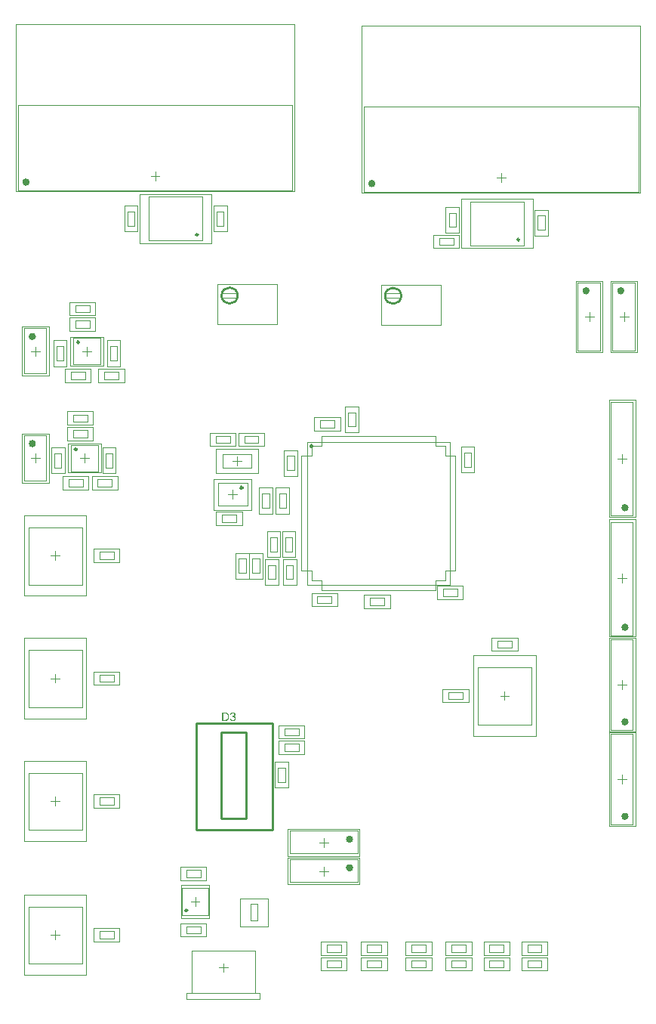
<source format=gko>
G04*
G04 #@! TF.GenerationSoftware,Altium Limited,Altium Designer,22.8.2 (66)*
G04*
G04 Layer_Color=16711935*
%FSLAX44Y44*%
%MOMM*%
G71*
G04*
G04 #@! TF.SameCoordinates,9F03F0D1-B5BB-43BE-BF5E-FE92B5DAE0BD*
G04*
G04*
G04 #@! TF.FilePolarity,Positive*
G04*
G01*
G75*
%ADD10C,0.2540*%
%ADD12C,0.2500*%
%ADD13C,0.3000*%
%ADD15C,0.1000*%
%ADD16C,0.4000*%
%ADD17C,0.0500*%
G36*
X269495Y321891D02*
X269676Y321863D01*
X269898Y321822D01*
X270147Y321752D01*
X270397Y321669D01*
X270646Y321558D01*
X270660D01*
X270674Y321544D01*
X270758Y321503D01*
X270882Y321420D01*
X271021Y321323D01*
X271187Y321184D01*
X271354Y321031D01*
X271520Y320851D01*
X271659Y320643D01*
X271673Y320615D01*
X271714Y320546D01*
X271770Y320421D01*
X271839Y320269D01*
X271908Y320088D01*
X271964Y319880D01*
X272006Y319644D01*
X272020Y319409D01*
Y319381D01*
Y319298D01*
X272006Y319187D01*
X271978Y319034D01*
X271936Y318854D01*
X271867Y318660D01*
X271784Y318466D01*
X271673Y318271D01*
X271659Y318244D01*
X271617Y318188D01*
X271534Y318091D01*
X271423Y317980D01*
X271285Y317855D01*
X271118Y317717D01*
X270924Y317592D01*
X270688Y317467D01*
X270702D01*
X270730Y317453D01*
X270771Y317439D01*
X270827Y317425D01*
X270979Y317370D01*
X271173Y317287D01*
X271395Y317176D01*
X271617Y317037D01*
X271825Y316857D01*
X272020Y316649D01*
X272033Y316621D01*
X272089Y316538D01*
X272172Y316399D01*
X272255Y316219D01*
X272339Y315997D01*
X272422Y315734D01*
X272477Y315428D01*
X272491Y315096D01*
Y315082D01*
Y315040D01*
Y314971D01*
X272477Y314888D01*
X272463Y314777D01*
X272435Y314652D01*
X272408Y314513D01*
X272380Y314361D01*
X272269Y314028D01*
X272186Y313847D01*
X272103Y313681D01*
X271992Y313501D01*
X271867Y313320D01*
X271728Y313140D01*
X271562Y312974D01*
X271548Y312960D01*
X271520Y312932D01*
X271465Y312890D01*
X271395Y312835D01*
X271312Y312766D01*
X271201Y312696D01*
X271076Y312613D01*
X270924Y312544D01*
X270771Y312461D01*
X270591Y312377D01*
X270411Y312308D01*
X270203Y312239D01*
X269981Y312183D01*
X269745Y312142D01*
X269509Y312114D01*
X269246Y312100D01*
X269121D01*
X269038Y312114D01*
X268927Y312128D01*
X268802Y312142D01*
X268663Y312169D01*
X268511Y312197D01*
X268178Y312280D01*
X267831Y312419D01*
X267651Y312502D01*
X267484Y312599D01*
X267318Y312724D01*
X267152Y312849D01*
X267138Y312863D01*
X267110Y312890D01*
X267069Y312932D01*
X267027Y312988D01*
X266957Y313057D01*
X266888Y313154D01*
X266805Y313251D01*
X266722Y313376D01*
X266639Y313515D01*
X266555Y313653D01*
X266403Y313986D01*
X266278Y314374D01*
X266236Y314582D01*
X266209Y314804D01*
X267388Y314957D01*
Y314943D01*
X267401Y314915D01*
X267415Y314860D01*
X267429Y314790D01*
X267443Y314707D01*
X267471Y314610D01*
X267540Y314402D01*
X267637Y314153D01*
X267762Y313917D01*
X267901Y313695D01*
X268067Y313501D01*
X268095Y313487D01*
X268150Y313431D01*
X268261Y313362D01*
X268400Y313293D01*
X268566Y313209D01*
X268774Y313140D01*
X269010Y313085D01*
X269260Y313071D01*
X269343D01*
X269398Y313085D01*
X269551Y313099D01*
X269745Y313140D01*
X269967Y313209D01*
X270203Y313307D01*
X270438Y313445D01*
X270660Y313639D01*
X270688Y313667D01*
X270758Y313750D01*
X270841Y313875D01*
X270952Y314042D01*
X271063Y314250D01*
X271146Y314485D01*
X271215Y314763D01*
X271243Y315068D01*
Y315082D01*
Y315109D01*
Y315151D01*
X271229Y315207D01*
X271215Y315359D01*
X271173Y315539D01*
X271118Y315761D01*
X271021Y315983D01*
X270882Y316205D01*
X270702Y316413D01*
X270674Y316441D01*
X270605Y316496D01*
X270494Y316579D01*
X270341Y316677D01*
X270147Y316774D01*
X269911Y316857D01*
X269648Y316912D01*
X269357Y316940D01*
X269232D01*
X269135Y316926D01*
X269010Y316912D01*
X268871Y316885D01*
X268705Y316857D01*
X268525Y316815D01*
X268663Y317855D01*
X268733D01*
X268788Y317841D01*
X268968D01*
X269121Y317869D01*
X269301Y317897D01*
X269509Y317939D01*
X269745Y318008D01*
X269967Y318105D01*
X270203Y318230D01*
X270217D01*
X270231Y318244D01*
X270300Y318299D01*
X270397Y318396D01*
X270508Y318521D01*
X270619Y318701D01*
X270716Y318909D01*
X270785Y319145D01*
X270813Y319284D01*
Y319436D01*
Y319450D01*
Y319464D01*
Y319547D01*
X270785Y319658D01*
X270758Y319811D01*
X270702Y319977D01*
X270633Y320158D01*
X270522Y320338D01*
X270369Y320504D01*
X270355Y320518D01*
X270286Y320574D01*
X270189Y320643D01*
X270064Y320726D01*
X269898Y320796D01*
X269704Y320865D01*
X269482Y320920D01*
X269232Y320934D01*
X269121D01*
X268996Y320906D01*
X268830Y320879D01*
X268650Y320823D01*
X268469Y320754D01*
X268275Y320643D01*
X268095Y320504D01*
X268081Y320490D01*
X268025Y320421D01*
X267942Y320324D01*
X267845Y320185D01*
X267748Y320005D01*
X267651Y319783D01*
X267568Y319520D01*
X267512Y319214D01*
X266334Y319422D01*
Y319436D01*
X266347Y319478D01*
X266361Y319533D01*
X266375Y319617D01*
X266403Y319714D01*
X266444Y319825D01*
X266528Y320088D01*
X266666Y320393D01*
X266833Y320698D01*
X267041Y320990D01*
X267304Y321253D01*
X267318Y321267D01*
X267346Y321281D01*
X267388Y321309D01*
X267443Y321350D01*
X267512Y321406D01*
X267609Y321461D01*
X267706Y321517D01*
X267831Y321586D01*
X268109Y321697D01*
X268428Y321808D01*
X268802Y321877D01*
X268996Y321905D01*
X269343D01*
X269495Y321891D01*
D02*
G37*
G36*
X260939Y321850D02*
X261216Y321836D01*
X261493Y321808D01*
X261771Y321766D01*
X262006Y321725D01*
X262020D01*
X262048Y321711D01*
X262090D01*
X262145Y321683D01*
X262298Y321641D01*
X262492Y321572D01*
X262714Y321475D01*
X262950Y321350D01*
X263185Y321212D01*
X263407Y321031D01*
X263421Y321017D01*
X263435Y321003D01*
X263477Y320962D01*
X263532Y320920D01*
X263671Y320782D01*
X263837Y320587D01*
X264017Y320352D01*
X264212Y320074D01*
X264392Y319755D01*
X264544Y319395D01*
Y319381D01*
X264558Y319353D01*
X264586Y319298D01*
X264600Y319214D01*
X264641Y319117D01*
X264669Y319006D01*
X264697Y318882D01*
X264739Y318729D01*
X264780Y318577D01*
X264808Y318396D01*
X264877Y318008D01*
X264919Y317578D01*
X264933Y317106D01*
Y317093D01*
Y317065D01*
Y316996D01*
Y316926D01*
X264919Y316829D01*
Y316718D01*
X264905Y316455D01*
X264863Y316150D01*
X264822Y315831D01*
X264753Y315498D01*
X264669Y315165D01*
Y315151D01*
X264655Y315123D01*
X264641Y315082D01*
X264628Y315026D01*
X264572Y314874D01*
X264489Y314680D01*
X264406Y314458D01*
X264295Y314236D01*
X264156Y314000D01*
X264017Y313778D01*
X264004Y313750D01*
X263948Y313681D01*
X263865Y313584D01*
X263754Y313459D01*
X263629Y313320D01*
X263477Y313182D01*
X263324Y313029D01*
X263144Y312904D01*
X263116Y312890D01*
X263060Y312849D01*
X262963Y312793D01*
X262825Y312724D01*
X262658Y312641D01*
X262464Y312572D01*
X262242Y312488D01*
X261993Y312419D01*
X261965D01*
X261923Y312405D01*
X261882Y312391D01*
X261743Y312377D01*
X261549Y312350D01*
X261327Y312322D01*
X261063Y312294D01*
X260772Y312280D01*
X260453Y312266D01*
X257000D01*
Y321863D01*
X260689D01*
X260939Y321850D01*
D02*
G37*
%LPC*%
G36*
X260495Y320726D02*
X258276D01*
Y313404D01*
X260550D01*
X260647Y313417D01*
X260855Y313431D01*
X261091Y313445D01*
X261341Y313473D01*
X261590Y313515D01*
X261798Y313570D01*
X261826Y313584D01*
X261896Y313598D01*
X261993Y313639D01*
X262118Y313695D01*
X262256Y313778D01*
X262395Y313861D01*
X262533Y313958D01*
X262672Y314069D01*
X262686Y314097D01*
X262742Y314153D01*
X262825Y314250D01*
X262922Y314388D01*
X263033Y314569D01*
X263158Y314777D01*
X263269Y315012D01*
X263366Y315276D01*
Y315290D01*
X263379Y315317D01*
X263393Y315359D01*
X263407Y315415D01*
X263421Y315484D01*
X263449Y315581D01*
X263477Y315678D01*
X263504Y315789D01*
X263546Y316066D01*
X263587Y316385D01*
X263615Y316746D01*
X263629Y317134D01*
Y317148D01*
Y317204D01*
Y317273D01*
X263615Y317384D01*
Y317509D01*
X263601Y317647D01*
X263587Y317814D01*
X263574Y317980D01*
X263504Y318355D01*
X263421Y318743D01*
X263296Y319104D01*
X263213Y319284D01*
X263130Y319436D01*
Y319450D01*
X263102Y319478D01*
X263074Y319520D01*
X263047Y319575D01*
X262936Y319714D01*
X262797Y319880D01*
X262617Y320060D01*
X262409Y320241D01*
X262173Y320393D01*
X261923Y320518D01*
X261896Y320532D01*
X261826Y320546D01*
X261701Y320587D01*
X261521Y320629D01*
X261299Y320657D01*
X261022Y320698D01*
X260855Y320712D01*
X260675D01*
X260495Y320726D01*
D02*
G37*
%LPD*%
D10*
X256500Y299300D02*
X284500D01*
X256500Y203300D02*
X284500D01*
X256500D02*
Y299300D01*
X284500Y203300D02*
Y299300D01*
X228500Y309300D02*
X313500D01*
X228500Y190300D02*
X313500D01*
X228500D02*
Y309300D01*
X313500Y190300D02*
Y309300D01*
X458014Y788500D02*
G03*
X458014Y788500I-9014J0D01*
G01*
X274614Y788800D02*
G03*
X274614Y788800I-9014J0D01*
G01*
D12*
X218250Y100000D02*
G03*
X218250Y100000I-1250J0D01*
G01*
X94250Y616500D02*
G03*
X94250Y616500I-1250J0D01*
G01*
X96750Y736500D02*
G03*
X96750Y736500I-1250J0D01*
G01*
X230200Y857000D02*
G03*
X230200Y857000I-1250J0D01*
G01*
X590700Y851500D02*
G03*
X590700Y851500I-1250J0D01*
G01*
D13*
X358500Y620000D02*
G03*
X358500Y620000I-1000J0D01*
G01*
X280000Y573500D02*
G03*
X280000Y573500I-1000J0D01*
G01*
D15*
X289000Y88250D02*
Y107250D01*
X297000Y88250D02*
Y107250D01*
X289000D02*
X297000D01*
X289000Y88250D02*
X297000D01*
X306063Y82250D02*
X309000D01*
X277000D02*
X281187D01*
X306063D01*
X309000D02*
Y113250D01*
X277000Y82250D02*
Y113250D01*
X309000D01*
X329000Y487000D02*
X337001D01*
X329000Y471000D02*
X337001D01*
Y487000D01*
X329000Y471000D02*
Y487000D01*
X40430Y391480D02*
X100430D01*
X40430Y327480D02*
Y391480D01*
Y327480D02*
X100430D01*
Y391480D01*
X299500Y500D02*
Y7500D01*
X217500Y500D02*
Y7500D01*
X299500D01*
X217500Y500D02*
X299500D01*
X223000Y54500D02*
X294000D01*
Y7500D02*
Y54500D01*
X223000Y7500D02*
Y54500D01*
X100430Y39980D02*
Y103980D01*
X40430Y39980D02*
X100430D01*
X40430D02*
Y103980D01*
X100430D01*
X333000Y157000D02*
X409100D01*
Y132000D02*
Y157000D01*
X333000Y132000D02*
X409100D01*
X333000D02*
Y157000D01*
Y189000D02*
X409100D01*
Y164000D02*
Y189000D01*
X333000Y164000D02*
X409100D01*
X333000D02*
Y189000D01*
X100430Y189980D02*
Y253980D01*
X40430Y189980D02*
X100430D01*
X40430D02*
Y253980D01*
X100430D01*
X35000Y581400D02*
Y632200D01*
X60000D01*
Y581400D02*
Y632200D01*
X35000Y581400D02*
X60000D01*
X100430Y464980D02*
Y528980D01*
X40430Y464980D02*
X100430D01*
X40430D02*
Y528980D01*
X100430D01*
X544430Y371980D02*
X604430D01*
X544430Y307980D02*
Y371980D01*
Y307980D02*
X604430D01*
Y371980D01*
X693000Y298100D02*
X718000D01*
X693000Y196300D02*
Y298100D01*
Y196300D02*
X718000D01*
Y298100D01*
X693000Y404000D02*
X718000D01*
X693000Y302200D02*
Y404000D01*
Y302200D02*
X718000D01*
Y404000D01*
X693000Y535100D02*
X718000D01*
X693000Y408100D02*
Y535100D01*
Y408100D02*
X718000D01*
Y535100D01*
X441500Y786000D02*
X457539Y785962D01*
X441500Y791000D02*
X457539Y791038D01*
X435500Y756000D02*
Y801000D01*
X502500Y756000D02*
Y801000D01*
X435500Y756000D02*
X502500D01*
X435500Y801000D02*
X502500D01*
X258100Y786300D02*
X274139Y786262D01*
X258100Y791300D02*
X274139Y791338D01*
X252100Y756300D02*
Y801300D01*
X319100Y756300D02*
Y801300D01*
X252100Y756300D02*
X319100D01*
X252100Y801300D02*
X319100D01*
X28100Y1001900D02*
X336100D01*
Y906900D02*
Y1001900D01*
X28100Y906900D02*
Y1001900D01*
Y906900D02*
X336100D01*
X416000Y1000200D02*
X724000D01*
Y905200D02*
Y1000200D01*
X416000Y905200D02*
Y1000200D01*
Y905200D02*
X724000D01*
X693000Y669100D02*
X718000D01*
X693000Y542100D02*
Y669100D01*
Y542100D02*
X718000D01*
Y669100D01*
X656000Y727000D02*
Y803100D01*
X681000D01*
Y727000D02*
Y803100D01*
X656000Y727000D02*
X681000D01*
X695000D02*
Y803100D01*
X720000D01*
Y727000D02*
Y803100D01*
X695000Y727000D02*
X720000D01*
X35000Y701400D02*
Y752200D01*
X60000D01*
Y701400D02*
Y752200D01*
X35000Y701400D02*
X60000D01*
X217000Y74000D02*
X233000D01*
X217000Y82001D02*
X233000D01*
Y74000D02*
Y82001D01*
X217000Y74000D02*
Y82001D01*
X135500Y68499D02*
Y76500D01*
X119500Y68499D02*
Y76500D01*
Y68499D02*
X135500D01*
X119500Y76500D02*
X135500D01*
X212002Y94997D02*
Y124998D01*
X242003D01*
Y94997D02*
Y124998D01*
X212002Y94997D02*
X242003D01*
X217000Y137000D02*
Y145001D01*
X233000Y137000D02*
Y145001D01*
X217000D02*
X233000D01*
X217000Y137000D02*
X233000D01*
X390500Y35999D02*
Y44000D01*
X374500Y35999D02*
Y44000D01*
Y35999D02*
X390500D01*
X374500Y44000D02*
X390500D01*
X374500Y53500D02*
X390500D01*
X374500Y61501D02*
X390500D01*
Y53500D02*
Y61501D01*
X374500Y53500D02*
Y61501D01*
X119500Y226500D02*
X135500D01*
X119500Y218499D02*
X135500D01*
X119500D02*
Y226500D01*
X135500Y218499D02*
Y226500D01*
Y355999D02*
Y364000D01*
X119500Y355999D02*
Y364000D01*
Y355999D02*
X135500D01*
X119500Y364000D02*
X135500D01*
X328000Y244000D02*
Y260000D01*
X319999Y244000D02*
Y260000D01*
X328000D01*
X319999Y244000D02*
X328000D01*
X327000Y278500D02*
X343000D01*
X327000Y286501D02*
X343000D01*
Y278500D02*
Y286501D01*
X327000Y278500D02*
Y286501D01*
X327000Y304000D02*
X343000D01*
X327000Y295999D02*
X343000D01*
X327000D02*
Y304000D01*
X343000Y295999D02*
Y304000D01*
X364000Y452000D02*
X380000D01*
X364000Y443999D02*
X380000D01*
X364000D02*
Y452000D01*
X380000Y443999D02*
Y452000D01*
X309000Y487000D02*
X317001D01*
X309000Y471000D02*
X317001D01*
Y487000D01*
X309000Y471000D02*
Y487000D01*
X352502Y465002D02*
Y625001D01*
Y465002D02*
X512501D01*
Y625001D01*
X352502D02*
X512501D01*
X485500Y35999D02*
Y44000D01*
X469500Y35999D02*
Y44000D01*
Y35999D02*
X485500D01*
X469500Y44000D02*
X485500D01*
X435500Y35999D02*
Y44000D01*
X419500Y35999D02*
Y44000D01*
Y35999D02*
X435500D01*
X419500Y44000D02*
X435500D01*
X530500Y35999D02*
Y44000D01*
X514500Y35999D02*
Y44000D01*
Y35999D02*
X530500D01*
X514500Y44000D02*
X530500D01*
X573000Y35999D02*
Y44000D01*
X557000Y35999D02*
Y44000D01*
Y35999D02*
X573000D01*
X557000Y44000D02*
X573000D01*
X419500Y53500D02*
X435500D01*
X419500Y61501D02*
X435500D01*
Y53500D02*
Y61501D01*
X419500Y53500D02*
Y61501D01*
X469500Y53500D02*
X485500D01*
X469500Y61501D02*
X485500D01*
Y53500D02*
Y61501D01*
X469500Y53500D02*
Y61501D01*
X514500Y53500D02*
X530500D01*
X514500Y61501D02*
X530500D01*
Y53500D02*
Y61501D01*
X514500Y53500D02*
Y61501D01*
X615500Y35999D02*
Y44000D01*
X599500Y35999D02*
Y44000D01*
Y35999D02*
X615500D01*
X599500Y44000D02*
X615500D01*
X557000Y53500D02*
X573000D01*
X557000Y61501D02*
X573000D01*
Y53500D02*
Y61501D01*
X557000Y53500D02*
Y61501D01*
X599500Y53500D02*
X615500D01*
X599500Y61501D02*
X615500D01*
Y53500D02*
Y61501D01*
X599500Y53500D02*
Y61501D01*
X511000Y336500D02*
X527000D01*
X511000Y344501D02*
X527000D01*
Y336500D02*
Y344501D01*
X511000Y336500D02*
Y344501D01*
X582000Y393999D02*
Y402000D01*
X566000Y393999D02*
Y402000D01*
Y393999D02*
X582000D01*
X566000Y402000D02*
X582000D01*
X439000Y441999D02*
Y450000D01*
X423000Y441999D02*
Y450000D01*
Y441999D02*
X439000D01*
X423000Y450000D02*
X439000D01*
X505000Y452000D02*
X521000D01*
X505000Y460001D02*
X521000D01*
Y452000D02*
Y460001D01*
X505000Y452000D02*
Y460001D01*
X276000Y494000D02*
X284001D01*
X276000Y478000D02*
X284001D01*
Y494000D01*
X276000Y478000D02*
Y494000D01*
X135500Y493499D02*
Y501500D01*
X119500Y493499D02*
Y501500D01*
Y493499D02*
X135500D01*
X119500Y501500D02*
X135500D01*
X257000Y535000D02*
Y543001D01*
X273000Y535000D02*
Y543001D01*
X257000D02*
X273000D01*
X257000Y535000D02*
X273000D01*
X285500Y553500D02*
Y578500D01*
X252500Y553500D02*
Y578500D01*
X285500D01*
X252500Y553500D02*
X285500D01*
X85000Y575000D02*
Y583001D01*
X101000Y575000D02*
Y583001D01*
X85000D02*
X101000D01*
X85000Y575000D02*
X101000D01*
X117500D02*
Y583001D01*
X133500Y575000D02*
Y583001D01*
X117500D02*
X133500D01*
X117500Y575000D02*
X133500D01*
X77000Y596000D02*
Y612000D01*
X68999Y596000D02*
Y612000D01*
X77000D01*
X68999Y596000D02*
X77000D01*
X87997Y621498D02*
X117998D01*
Y591497D02*
Y621498D01*
X87997Y591497D02*
X117998D01*
X87997D02*
Y621498D01*
X90000Y638000D02*
X106000D01*
X90000Y629999D02*
X106000D01*
X90000D02*
Y638000D01*
X106000Y629999D02*
Y638000D01*
X90000Y647500D02*
Y655501D01*
X106000Y647500D02*
Y655501D01*
X90000D02*
X106000D01*
X90000Y647500D02*
X106000D01*
X126499Y596000D02*
X134500D01*
X126499Y612000D02*
X134500D01*
X126499Y596000D02*
Y612000D01*
X134500Y596000D02*
Y612000D01*
X257999Y611000D02*
X290000D01*
X257999Y596000D02*
Y611000D01*
Y596000D02*
X290000D01*
Y611000D01*
X311000Y502000D02*
Y518000D01*
X319001Y502000D02*
Y518000D01*
X311000Y502000D02*
X319001D01*
X311000Y518000D02*
X319001D01*
X291000Y494000D02*
X299001D01*
X291000Y478000D02*
X299001D01*
Y494000D01*
X291000Y478000D02*
Y494000D01*
X328000Y502000D02*
Y518000D01*
X336001Y502000D02*
Y518000D01*
X328000Y502000D02*
X336001D01*
X328000Y518000D02*
X336001D01*
X301999Y551000D02*
X310000D01*
X301999Y567000D02*
X310000D01*
X301999Y551000D02*
Y567000D01*
X310000Y551000D02*
Y567000D01*
X329000Y551000D02*
Y567000D01*
X320999Y551000D02*
Y567000D01*
X329000D01*
X320999Y551000D02*
X329000D01*
X266000Y623499D02*
Y631500D01*
X250000Y623499D02*
Y631500D01*
Y623499D02*
X266000D01*
X250000Y631500D02*
X266000D01*
X298000Y623499D02*
Y631500D01*
X282000Y623499D02*
Y631500D01*
Y623499D02*
X298000D01*
X282000Y631500D02*
X298000D01*
X338000Y593000D02*
Y609000D01*
X329999Y593000D02*
Y609000D01*
X338000D01*
X329999Y593000D02*
X338000D01*
X367000Y641000D02*
X383000D01*
X367000Y649001D02*
X383000D01*
Y641000D02*
Y649001D01*
X367000Y641000D02*
Y649001D01*
X398500Y642000D02*
Y658000D01*
X406501Y642000D02*
Y658000D01*
X398500Y642000D02*
X406501D01*
X398500Y658000D02*
X406501D01*
X528500Y597000D02*
Y613000D01*
X536501Y597000D02*
Y613000D01*
X528500Y597000D02*
X536501D01*
X528500Y613000D02*
X536501D01*
X87500Y695000D02*
Y703001D01*
X103500Y695000D02*
Y703001D01*
X87500D02*
X103500D01*
X87500Y695000D02*
X103500D01*
X125000D02*
Y703001D01*
X141000Y695000D02*
Y703001D01*
X125000D02*
X141000D01*
X125000Y695000D02*
X141000D01*
X79500Y716000D02*
Y732000D01*
X71499Y716000D02*
Y732000D01*
X79500D01*
X71499Y716000D02*
X79500D01*
X90497Y741498D02*
X120498D01*
Y711497D02*
Y741498D01*
X90497Y711497D02*
X120498D01*
X90497D02*
Y741498D01*
X92500Y760500D02*
X108500D01*
X92500Y752499D02*
X108500D01*
X92500D02*
Y760500D01*
X108500Y752499D02*
Y760500D01*
X92500Y770000D02*
Y778001D01*
X108500Y770000D02*
Y778001D01*
X92500D02*
X108500D01*
X92500Y770000D02*
X108500D01*
X150999Y867000D02*
X159000D01*
X150999Y883000D02*
X159000D01*
X150999Y867000D02*
Y883000D01*
X159000Y867000D02*
Y883000D01*
X131499Y716000D02*
X139500D01*
X131499Y732000D02*
X139500D01*
X131499Y716000D02*
Y732000D01*
X139500Y716000D02*
Y732000D01*
X234998Y850500D02*
Y899500D01*
X174998D02*
X234998D01*
X174998Y850500D02*
Y899500D01*
Y850500D02*
X234998D01*
X500500Y845500D02*
X516500D01*
X500500Y853501D02*
X516500D01*
Y845500D02*
Y853501D01*
X500500Y845500D02*
Y853501D01*
X259000Y867000D02*
Y883000D01*
X250999Y867000D02*
Y883000D01*
X259000D01*
X250999Y867000D02*
X259000D01*
X519500Y865500D02*
Y881500D01*
X511499Y865500D02*
Y881500D01*
X519500D01*
X511499Y865500D02*
X519500D01*
X535498Y845000D02*
X595498D01*
X535498D02*
Y894000D01*
X595498D01*
Y845000D02*
Y894000D01*
X611297Y862303D02*
X619298D01*
X611297Y878303D02*
X619298D01*
X611297Y862303D02*
Y878303D01*
X619298Y862303D02*
Y878303D01*
X35000Y315000D02*
Y405000D01*
X105000D01*
X35000Y315000D02*
X105000D01*
Y405000D01*
X70000Y355000D02*
Y365000D01*
X65000Y360000D02*
X75000D01*
X258500Y30750D02*
Y40750D01*
X253500Y35750D02*
X263500D01*
X65000Y72500D02*
X75000D01*
X70000Y67500D02*
Y77500D01*
X105000Y27500D02*
Y117500D01*
X35000Y27500D02*
X105000D01*
X35000Y117500D02*
X105000D01*
X35000Y27500D02*
Y117500D01*
X411000Y129000D02*
Y159000D01*
X331000Y129000D02*
Y159000D01*
Y129000D02*
X411000D01*
X331000Y159000D02*
X411000D01*
X366000Y144000D02*
X376000D01*
X371000Y139000D02*
Y149000D01*
X411000Y161000D02*
Y191000D01*
X331000Y161000D02*
Y191000D01*
Y161000D02*
X411000D01*
X331000Y191000D02*
X411000D01*
X366000Y176000D02*
X376000D01*
X371000Y171000D02*
Y181000D01*
X65000Y222500D02*
X75000D01*
X70000Y217500D02*
Y227500D01*
X105000Y177500D02*
Y267500D01*
X35000Y177500D02*
X105000D01*
X35000Y267500D02*
X105000D01*
X35000Y177500D02*
Y267500D01*
X33000Y633800D02*
X63000D01*
X33000Y578800D02*
X63000D01*
Y633800D01*
X33000Y578800D02*
Y633800D01*
X48000Y601500D02*
Y611500D01*
X43000Y606500D02*
X53000D01*
X65000Y497500D02*
X75000D01*
X70000Y492500D02*
Y502500D01*
X105000Y452500D02*
Y542500D01*
X35000Y452500D02*
X105000D01*
X35000Y542500D02*
X105000D01*
X35000Y452500D02*
Y542500D01*
X539000Y295500D02*
Y385500D01*
X609000D01*
X539000Y295500D02*
X609000D01*
Y385500D01*
X574000Y335500D02*
Y345500D01*
X569000Y340500D02*
X579000D01*
X701000Y247100D02*
X711000D01*
X706000Y242100D02*
Y252100D01*
X691000Y194100D02*
X721000D01*
X691000Y299100D02*
X721000D01*
X691000Y194100D02*
Y299100D01*
X721000Y194100D02*
Y299100D01*
X701000Y353000D02*
X711000D01*
X706000Y348000D02*
Y358000D01*
X691000Y300000D02*
X721000D01*
X691000Y405000D02*
X721000D01*
X691000Y300000D02*
Y405000D01*
X721000Y300000D02*
Y405000D01*
X701000Y472000D02*
X711000D01*
X706000Y467000D02*
Y477000D01*
X691000Y407100D02*
X721000D01*
X691000Y538100D02*
X721000D01*
X691000Y407100D02*
Y538100D01*
X721000Y407100D02*
Y538100D01*
X435500Y801000D02*
X502500D01*
Y756000D02*
Y801000D01*
X435500Y756000D02*
X502500D01*
X435500D02*
Y801000D01*
X252100Y801300D02*
X319100D01*
Y756300D02*
Y801300D01*
X252100Y756300D02*
X319100D01*
X252100D02*
Y801300D01*
X177100Y922500D02*
X187100D01*
X182100Y917500D02*
Y927500D01*
X26100Y1092500D02*
X338100D01*
X26100Y905500D02*
Y1092500D01*
Y905500D02*
X338100D01*
Y1092500D01*
X565000Y920800D02*
X575000D01*
X570000Y915800D02*
Y925800D01*
X414000Y1090800D02*
X726000D01*
X414000Y903800D02*
Y1090800D01*
Y903800D02*
X726000D01*
Y1090800D01*
X701000Y606000D02*
X711000D01*
X706000Y601000D02*
Y611000D01*
X691000Y541100D02*
X721000D01*
X691000Y672100D02*
X721000D01*
X691000Y541100D02*
Y672100D01*
X721000Y541100D02*
Y672100D01*
X654000Y805000D02*
X684000D01*
X654000Y725000D02*
X684000D01*
Y805000D01*
X654000Y725000D02*
Y805000D01*
X669000Y760000D02*
Y770000D01*
X664000Y765000D02*
X674000D01*
X693000Y805000D02*
X723000D01*
X693000Y725000D02*
X723000D01*
Y805000D01*
X693000Y725000D02*
Y805000D01*
X708000Y760000D02*
Y770000D01*
X703000Y765000D02*
X713000D01*
X33000Y753800D02*
X63000D01*
X33000Y698800D02*
X63000D01*
Y753800D01*
X33000Y698800D02*
Y753800D01*
X48000Y721500D02*
Y731500D01*
X43000Y726500D02*
X53000D01*
X222000Y110000D02*
X232000D01*
X227000Y105000D02*
Y115000D01*
X243000Y91500D02*
Y128500D01*
X211000Y91500D02*
Y128500D01*
X243000D01*
X211000Y91500D02*
X243000D01*
X248000Y548500D02*
Y583500D01*
Y548500D02*
X290000D01*
Y583500D01*
X248000D02*
X290000D01*
X264000Y566000D02*
X274000D01*
X269000Y561000D02*
Y571000D01*
X103000Y601500D02*
Y611500D01*
X98000Y606500D02*
X108000D01*
X84500Y590500D02*
X121500D01*
X84500Y622500D02*
X121500D01*
Y590500D02*
Y622500D01*
X84500Y590500D02*
Y622500D01*
X297500Y590000D02*
Y617000D01*
X250500Y590000D02*
X297500D01*
X250500D02*
Y617000D01*
X297500D01*
X269000Y603500D02*
X279000D01*
X274000Y598500D02*
Y608500D01*
X105500Y721500D02*
Y731500D01*
X100500Y726500D02*
X110500D01*
X87000Y710500D02*
X124000D01*
X87000Y742500D02*
X124000D01*
Y710500D02*
Y742500D01*
X87000Y710500D02*
Y742500D01*
D16*
X402099Y147699D02*
G03*
X402099Y147699I-2000J0D01*
G01*
Y179699D02*
G03*
X402099Y179699I-2000J0D01*
G01*
X46302Y622898D02*
G03*
X46302Y622898I-2000J0D01*
G01*
X711000Y205300D02*
G03*
X711000Y205300I-2000J0D01*
G01*
Y311200D02*
G03*
X711000Y311200I-2000J0D01*
G01*
Y417100D02*
G03*
X711000Y417100I-2000J0D01*
G01*
X39100Y915900D02*
G03*
X39100Y915900I-2000J0D01*
G01*
X427000Y914200D02*
G03*
X427000Y914200I-2000J0D01*
G01*
X711000Y551100D02*
G03*
X711000Y551100I-2000J0D01*
G01*
X667301Y794100D02*
G03*
X667301Y794100I-2000J0D01*
G01*
X706301D02*
G03*
X706301Y794100I-2000J0D01*
G01*
X46302Y742898D02*
G03*
X46302Y742898I-2000J0D01*
G01*
D17*
X325500Y464500D02*
Y493500D01*
X340500Y464500D02*
Y493500D01*
X325500Y464500D02*
X340500D01*
X325500Y493500D02*
X340500D01*
X210500Y70500D02*
Y85500D01*
X239500Y70500D02*
Y85500D01*
X210500D02*
X239500D01*
X210500Y70500D02*
X239500D01*
X113000Y80000D02*
X142000D01*
X113000Y65000D02*
X142000D01*
X113000D02*
Y80000D01*
X142000Y65000D02*
Y80000D01*
X210500Y133500D02*
X239500D01*
X210500Y148500D02*
X239500D01*
Y133500D02*
Y148500D01*
X210500Y133500D02*
Y148500D01*
X368000Y47500D02*
X397000D01*
X368000Y32500D02*
X397000D01*
X368000D02*
Y47500D01*
X397000Y32500D02*
Y47500D01*
X368000Y50000D02*
Y65000D01*
X397000Y50000D02*
Y65000D01*
X368000D02*
X397000D01*
X368000Y50000D02*
X397000D01*
X142000Y215000D02*
Y230000D01*
X113000Y215000D02*
Y230000D01*
Y215000D02*
X142000D01*
X113000Y230000D02*
X142000D01*
X113000Y367500D02*
X142000D01*
X113000Y352500D02*
X142000D01*
X113000D02*
Y367500D01*
X142000Y352500D02*
Y367500D01*
X316500Y237500D02*
X331500D01*
X316500Y266500D02*
X331500D01*
X316500Y237500D02*
Y266500D01*
X331500Y237500D02*
Y266500D01*
X320500Y275000D02*
Y290000D01*
X349500Y275000D02*
Y290000D01*
X320500D02*
X349500D01*
X320500Y275000D02*
X349500D01*
Y292500D02*
Y307500D01*
X320500Y292500D02*
Y307500D01*
Y292500D02*
X349500D01*
X320500Y307500D02*
X349500D01*
X386500Y440500D02*
Y455500D01*
X357500Y440500D02*
Y455500D01*
Y440500D02*
X386500D01*
X357500Y455500D02*
X386500D01*
X305500Y464500D02*
Y493500D01*
X320500Y464500D02*
Y493500D01*
X305500Y464500D02*
X320500D01*
X305500Y493500D02*
X320500D01*
X346000Y609000D02*
X357500D01*
Y620000D01*
X368500D01*
Y631500D01*
X507500Y609000D02*
X519000D01*
X507500D02*
Y620000D01*
X496500D02*
X507500D01*
X496500D02*
Y631500D01*
Y458500D02*
Y470000D01*
X507500D01*
Y481000D01*
X519000D01*
X346000D02*
X357500D01*
Y470000D02*
Y481000D01*
Y470000D02*
X368500D01*
Y458500D02*
Y470000D01*
X346000Y481000D02*
Y609000D01*
X368500Y458500D02*
X496500D01*
X519000Y481000D02*
Y609000D01*
X368500Y631500D02*
X496500D01*
X463000Y47500D02*
X492000D01*
X463000Y32500D02*
X492000D01*
X463000D02*
Y47500D01*
X492000Y32500D02*
Y47500D01*
X413000D02*
X442000D01*
X413000Y32500D02*
X442000D01*
X413000D02*
Y47500D01*
X442000Y32500D02*
Y47500D01*
X508000D02*
X537000D01*
X508000Y32500D02*
X537000D01*
X508000D02*
Y47500D01*
X537000Y32500D02*
Y47500D01*
X550500D02*
X579500D01*
X550500Y32500D02*
X579500D01*
X550500D02*
Y47500D01*
X579500Y32500D02*
Y47500D01*
X413000Y50000D02*
Y65000D01*
X442000Y50000D02*
Y65000D01*
X413000D02*
X442000D01*
X413000Y50000D02*
X442000D01*
X463000D02*
Y65000D01*
X492000Y50000D02*
Y65000D01*
X463000D02*
X492000D01*
X463000Y50000D02*
X492000D01*
X508000D02*
Y65000D01*
X537000Y50000D02*
Y65000D01*
X508000D02*
X537000D01*
X508000Y50000D02*
X537000D01*
X593000Y47500D02*
X622000D01*
X593000Y32500D02*
X622000D01*
X593000D02*
Y47500D01*
X622000Y32500D02*
Y47500D01*
X550500Y50000D02*
Y65000D01*
X579500Y50000D02*
Y65000D01*
X550500D02*
X579500D01*
X550500Y50000D02*
X579500D01*
X593000D02*
Y65000D01*
X622000Y50000D02*
Y65000D01*
X593000D02*
X622000D01*
X593000Y50000D02*
X622000D01*
X504500Y333000D02*
Y348000D01*
X533500Y333000D02*
Y348000D01*
X504500D02*
X533500D01*
X504500Y333000D02*
X533500D01*
X559500Y405500D02*
X588500D01*
X559500Y390500D02*
X588500D01*
X559500D02*
Y405500D01*
X588500Y390500D02*
Y405500D01*
X416500Y453500D02*
X445500D01*
X416500Y438500D02*
X445500D01*
X416500D02*
Y453500D01*
X445500Y438500D02*
Y453500D01*
X498500Y448500D02*
Y463500D01*
X527500Y448500D02*
Y463500D01*
X498500D02*
X527500D01*
X498500Y448500D02*
X527500D01*
X272500Y471500D02*
Y500500D01*
X287500Y471500D02*
Y500500D01*
X272500Y471500D02*
X287500D01*
X272500Y500500D02*
X287500D01*
X113000Y505000D02*
X142000D01*
X113000Y490000D02*
X142000D01*
X113000D02*
Y505000D01*
X142000Y490000D02*
Y505000D01*
X250500Y531500D02*
X279500D01*
X250500Y546500D02*
X279500D01*
Y531500D02*
Y546500D01*
X250500Y531500D02*
Y546500D01*
X78500Y571500D02*
X107500D01*
X78500Y586500D02*
X107500D01*
Y571500D02*
Y586500D01*
X78500Y571500D02*
Y586500D01*
X111000Y571500D02*
X140000D01*
X111000Y586500D02*
X140000D01*
Y571500D02*
Y586500D01*
X111000Y571500D02*
Y586500D01*
X65500Y589500D02*
X80500D01*
X65500Y618500D02*
X80500D01*
X65500Y589500D02*
Y618500D01*
X80500Y589500D02*
Y618500D01*
X112500Y626500D02*
Y641500D01*
X83500Y626500D02*
Y641500D01*
Y626500D02*
X112500D01*
X83500Y641500D02*
X112500D01*
X83500Y644000D02*
X112500D01*
X83500Y659000D02*
X112500D01*
Y644000D02*
Y659000D01*
X83500Y644000D02*
Y659000D01*
X138000Y589500D02*
Y618500D01*
X123000Y589500D02*
Y618500D01*
X138000D01*
X123000Y589500D02*
X138000D01*
X307500Y524500D02*
X322500D01*
X307500Y495500D02*
X322500D01*
Y524500D01*
X307500Y495500D02*
Y524500D01*
X287500Y471500D02*
Y500500D01*
X302500Y471500D02*
Y500500D01*
X287500Y471500D02*
X302500D01*
X287500Y500500D02*
X302500D01*
X324500Y524500D02*
X339500D01*
X324500Y495500D02*
X339500D01*
Y524500D01*
X324500Y495500D02*
Y524500D01*
X313500Y544500D02*
Y573500D01*
X298500Y544500D02*
Y573500D01*
X313500D01*
X298500Y544500D02*
X313500D01*
X317500D02*
X332500D01*
X317500Y573500D02*
X332500D01*
X317500Y544500D02*
Y573500D01*
X332500Y544500D02*
Y573500D01*
X243500Y635000D02*
X272500D01*
X243500Y620000D02*
X272500D01*
X243500D02*
Y635000D01*
X272500Y620000D02*
Y635000D01*
X275500D02*
X304500D01*
X275500Y620000D02*
X304500D01*
X275500D02*
Y635000D01*
X304500Y620000D02*
Y635000D01*
X326500Y586500D02*
X341500D01*
X326500Y615500D02*
X341500D01*
X326500Y586500D02*
Y615500D01*
X341500Y586500D02*
Y615500D01*
X360500Y637500D02*
Y652500D01*
X389500Y637500D02*
Y652500D01*
X360500D02*
X389500D01*
X360500Y637500D02*
X389500D01*
X395000Y664500D02*
X410000D01*
X395000Y635500D02*
X410000D01*
Y664500D01*
X395000Y635500D02*
Y664500D01*
X525000Y619500D02*
X540000D01*
X525000Y590500D02*
X540000D01*
Y619500D01*
X525000Y590500D02*
Y619500D01*
X81000Y691500D02*
X110000D01*
X81000Y706500D02*
X110000D01*
Y691500D02*
Y706500D01*
X81000Y691500D02*
Y706500D01*
X118500Y691500D02*
X147500D01*
X118500Y706500D02*
X147500D01*
Y691500D02*
Y706500D01*
X118500Y691500D02*
Y706500D01*
X68000Y709500D02*
X83000D01*
X68000Y738500D02*
X83000D01*
X68000Y709500D02*
Y738500D01*
X83000Y709500D02*
Y738500D01*
X115000Y749000D02*
Y764000D01*
X86000Y749000D02*
Y764000D01*
Y749000D02*
X115000D01*
X86000Y764000D02*
X115000D01*
X86000Y766500D02*
X115000D01*
X86000Y781500D02*
X115000D01*
Y766500D02*
Y781500D01*
X86000Y766500D02*
Y781500D01*
X162500Y860500D02*
Y889500D01*
X147500Y860500D02*
Y889500D01*
X162500D01*
X147500Y860500D02*
X162500D01*
X143000Y709500D02*
Y738500D01*
X128000Y709500D02*
Y738500D01*
X143000D01*
X128000Y709500D02*
X143000D01*
X245000Y847500D02*
Y902500D01*
X165000D02*
X245000D01*
X165000Y847500D02*
Y902500D01*
Y847500D02*
X245000D01*
X494000Y842000D02*
Y857000D01*
X523000Y842000D02*
Y857000D01*
X494000D02*
X523000D01*
X494000Y842000D02*
X523000D01*
X247500Y860500D02*
X262500D01*
X247500Y889500D02*
X262500D01*
X247500Y860500D02*
Y889500D01*
X262500Y860500D02*
Y889500D01*
X508000Y859000D02*
X523000D01*
X508000Y888000D02*
X523000D01*
X508000Y859000D02*
Y888000D01*
X523000Y859000D02*
Y888000D01*
X525500Y842000D02*
X605500D01*
X525500D02*
Y897000D01*
X605500D01*
Y842000D02*
Y897000D01*
X622798Y855803D02*
Y884803D01*
X607798Y855803D02*
Y884803D01*
X622798D01*
X607798Y855803D02*
X622798D01*
M02*

</source>
